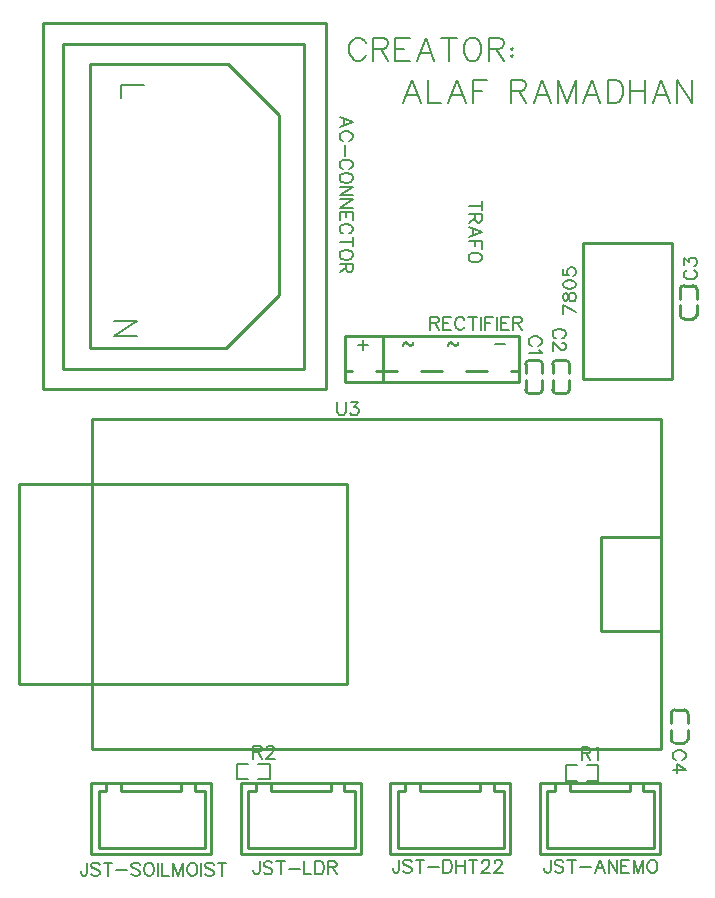
<source format=gto>
G04 Layer: TopSilkscreenLayer*
G04 EasyEDA v6.5.42, 2024-04-26 10:31:32*
G04 9f6459e1cdc04d20a695041d627ca585,394a4af37713441991a7fd952f151f2e,10*
G04 Gerber Generator version 0.2*
G04 Scale: 100 percent, Rotated: No, Reflected: No *
G04 Dimensions in millimeters *
G04 leading zeros omitted , absolute positions ,4 integer and 5 decimal *
%FSLAX45Y45*%
%MOMM*%

%ADD10C,0.2032*%
%ADD11C,0.1524*%
%ADD12C,0.2540*%

%LPD*%
D10*
X3592829Y8845550D02*
G01*
X3583686Y8864092D01*
X3565143Y8882634D01*
X3546856Y8891778D01*
X3509772Y8891778D01*
X3491229Y8882634D01*
X3472941Y8864092D01*
X3463543Y8845550D01*
X3454400Y8817863D01*
X3454400Y8771889D01*
X3463543Y8743950D01*
X3472941Y8725662D01*
X3491229Y8707120D01*
X3509772Y8697976D01*
X3546856Y8697976D01*
X3565143Y8707120D01*
X3583686Y8725662D01*
X3592829Y8743950D01*
X3653790Y8891778D02*
G01*
X3653790Y8697976D01*
X3653790Y8891778D02*
G01*
X3737102Y8891778D01*
X3764788Y8882634D01*
X3773931Y8873489D01*
X3783329Y8854947D01*
X3783329Y8836405D01*
X3773931Y8817863D01*
X3764788Y8808720D01*
X3737102Y8799576D01*
X3653790Y8799576D01*
X3718559Y8799576D02*
G01*
X3783329Y8697976D01*
X3844290Y8891778D02*
G01*
X3844290Y8697976D01*
X3844290Y8891778D02*
G01*
X3964177Y8891778D01*
X3844290Y8799576D02*
G01*
X3917950Y8799576D01*
X3844290Y8697976D02*
G01*
X3964177Y8697976D01*
X4099052Y8891778D02*
G01*
X4025138Y8697976D01*
X4099052Y8891778D02*
G01*
X4172965Y8697976D01*
X4052824Y8762492D02*
G01*
X4145279Y8762492D01*
X4298695Y8891778D02*
G01*
X4298695Y8697976D01*
X4233925Y8891778D02*
G01*
X4363211Y8891778D01*
X4479543Y8891778D02*
G01*
X4461256Y8882634D01*
X4442713Y8864092D01*
X4433570Y8845550D01*
X4424172Y8817863D01*
X4424172Y8771889D01*
X4433570Y8743950D01*
X4442713Y8725662D01*
X4461256Y8707120D01*
X4479543Y8697976D01*
X4516627Y8697976D01*
X4535170Y8707120D01*
X4553458Y8725662D01*
X4562856Y8743950D01*
X4572000Y8771889D01*
X4572000Y8817863D01*
X4562856Y8845550D01*
X4553458Y8864092D01*
X4535170Y8882634D01*
X4516627Y8891778D01*
X4479543Y8891778D01*
X4632959Y8891778D02*
G01*
X4632959Y8697976D01*
X4632959Y8891778D02*
G01*
X4716018Y8891778D01*
X4743704Y8882634D01*
X4753102Y8873489D01*
X4762245Y8854947D01*
X4762245Y8836405D01*
X4753102Y8817863D01*
X4743704Y8808720D01*
X4716018Y8799576D01*
X4632959Y8799576D01*
X4697729Y8799576D02*
G01*
X4762245Y8697976D01*
X4832350Y8808720D02*
G01*
X4823206Y8799576D01*
X4832350Y8790178D01*
X4841747Y8799576D01*
X4832350Y8808720D01*
X4832350Y8743950D02*
G01*
X4823206Y8734805D01*
X4832350Y8725662D01*
X4841747Y8734805D01*
X4832350Y8743950D01*
X3985513Y8536178D02*
G01*
X3911600Y8342376D01*
X3985513Y8536178D02*
G01*
X4059427Y8342376D01*
X3939286Y8406892D02*
G01*
X4031741Y8406892D01*
X4120388Y8536178D02*
G01*
X4120388Y8342376D01*
X4120388Y8342376D02*
G01*
X4231131Y8342376D01*
X4366006Y8536178D02*
G01*
X4292091Y8342376D01*
X4366006Y8536178D02*
G01*
X4439920Y8342376D01*
X4319777Y8406892D02*
G01*
X4412234Y8406892D01*
X4500879Y8536178D02*
G01*
X4500879Y8342376D01*
X4500879Y8536178D02*
G01*
X4621022Y8536178D01*
X4500879Y8443976D02*
G01*
X4574793Y8443976D01*
X4824222Y8536178D02*
G01*
X4824222Y8342376D01*
X4824222Y8536178D02*
G01*
X4907279Y8536178D01*
X4934965Y8527034D01*
X4944109Y8517889D01*
X4953508Y8499347D01*
X4953508Y8480805D01*
X4944109Y8462263D01*
X4934965Y8453120D01*
X4907279Y8443976D01*
X4824222Y8443976D01*
X4888738Y8443976D02*
G01*
X4953508Y8342376D01*
X5088381Y8536178D02*
G01*
X5014468Y8342376D01*
X5088381Y8536178D02*
G01*
X5162295Y8342376D01*
X5042154Y8406892D02*
G01*
X5134609Y8406892D01*
X5223256Y8536178D02*
G01*
X5223256Y8342376D01*
X5223256Y8536178D02*
G01*
X5297170Y8342376D01*
X5370829Y8536178D02*
G01*
X5297170Y8342376D01*
X5370829Y8536178D02*
G01*
X5370829Y8342376D01*
X5505704Y8536178D02*
G01*
X5431790Y8342376D01*
X5505704Y8536178D02*
G01*
X5579618Y8342376D01*
X5459729Y8406892D02*
G01*
X5551931Y8406892D01*
X5640577Y8536178D02*
G01*
X5640577Y8342376D01*
X5640577Y8536178D02*
G01*
X5705347Y8536178D01*
X5733034Y8527034D01*
X5751575Y8508492D01*
X5760720Y8489950D01*
X5769863Y8462263D01*
X5769863Y8416289D01*
X5760720Y8388350D01*
X5751575Y8370062D01*
X5733034Y8351520D01*
X5705347Y8342376D01*
X5640577Y8342376D01*
X5830824Y8536178D02*
G01*
X5830824Y8342376D01*
X5960109Y8536178D02*
G01*
X5960109Y8342376D01*
X5830824Y8443976D02*
G01*
X5960109Y8443976D01*
X6094984Y8536178D02*
G01*
X6021070Y8342376D01*
X6094984Y8536178D02*
G01*
X6168897Y8342376D01*
X6049009Y8406892D02*
G01*
X6141211Y8406892D01*
X6229858Y8536178D02*
G01*
X6229858Y8342376D01*
X6229858Y8536178D02*
G01*
X6359143Y8342376D01*
X6359143Y8536178D02*
G01*
X6359143Y8342376D01*
D11*
X5263134Y6625844D02*
G01*
X5372100Y6574028D01*
X5263134Y6553200D02*
G01*
X5263134Y6625844D01*
X5263134Y6686295D02*
G01*
X5268213Y6670547D01*
X5278627Y6665468D01*
X5289041Y6665468D01*
X5299456Y6670547D01*
X5304790Y6680962D01*
X5309870Y6701789D01*
X5314950Y6717284D01*
X5325363Y6727697D01*
X5335777Y6733031D01*
X5351525Y6733031D01*
X5361940Y6727697D01*
X5367020Y6722618D01*
X5372100Y6706870D01*
X5372100Y6686295D01*
X5367020Y6670547D01*
X5361940Y6665468D01*
X5351525Y6660134D01*
X5335777Y6660134D01*
X5325363Y6665468D01*
X5314950Y6675881D01*
X5309870Y6691376D01*
X5304790Y6712204D01*
X5299456Y6722618D01*
X5289041Y6727697D01*
X5278627Y6727697D01*
X5268213Y6722618D01*
X5263134Y6706870D01*
X5263134Y6686295D01*
X5263134Y6798310D02*
G01*
X5268213Y6782815D01*
X5283961Y6772402D01*
X5309870Y6767321D01*
X5325363Y6767321D01*
X5351525Y6772402D01*
X5367020Y6782815D01*
X5372100Y6798310D01*
X5372100Y6808723D01*
X5367020Y6824471D01*
X5351525Y6834886D01*
X5325363Y6839965D01*
X5309870Y6839965D01*
X5283961Y6834886D01*
X5268213Y6824471D01*
X5263134Y6808723D01*
X5263134Y6798310D01*
X5263134Y6936739D02*
G01*
X5263134Y6884670D01*
X5309870Y6879589D01*
X5304790Y6884670D01*
X5299456Y6900163D01*
X5299456Y6915912D01*
X5304790Y6931405D01*
X5314950Y6941820D01*
X5330697Y6946900D01*
X5341111Y6946900D01*
X5356606Y6941820D01*
X5367020Y6931405D01*
X5372100Y6915912D01*
X5372100Y6900163D01*
X5367020Y6884670D01*
X5361940Y6879589D01*
X5351525Y6874255D01*
X3480815Y8175244D02*
G01*
X3371850Y8216900D01*
X3480815Y8175244D02*
G01*
X3371850Y8133842D01*
X3408172Y8201405D02*
G01*
X3408172Y8149336D01*
X3454908Y8021573D02*
G01*
X3465322Y8026654D01*
X3475736Y8037068D01*
X3480815Y8047481D01*
X3480815Y8068310D01*
X3475736Y8078723D01*
X3465322Y8089137D01*
X3454908Y8094218D01*
X3439159Y8099552D01*
X3413252Y8099552D01*
X3397758Y8094218D01*
X3387343Y8089137D01*
X3376929Y8078723D01*
X3371850Y8068310D01*
X3371850Y8047481D01*
X3376929Y8037068D01*
X3387343Y8026654D01*
X3397758Y8021573D01*
X3418586Y7987284D02*
G01*
X3418586Y7893812D01*
X3454908Y7781544D02*
G01*
X3465322Y7786623D01*
X3475736Y7797037D01*
X3480815Y7807452D01*
X3480815Y7828279D01*
X3475736Y7838694D01*
X3465322Y7849108D01*
X3454908Y7854187D01*
X3439159Y7859521D01*
X3413252Y7859521D01*
X3397758Y7854187D01*
X3387343Y7849108D01*
X3376929Y7838694D01*
X3371850Y7828279D01*
X3371850Y7807452D01*
X3376929Y7797037D01*
X3387343Y7786623D01*
X3397758Y7781544D01*
X3480815Y7716012D02*
G01*
X3475736Y7726426D01*
X3465322Y7736839D01*
X3454908Y7741920D01*
X3439159Y7747254D01*
X3413252Y7747254D01*
X3397758Y7741920D01*
X3387343Y7736839D01*
X3376929Y7726426D01*
X3371850Y7716012D01*
X3371850Y7695184D01*
X3376929Y7684770D01*
X3387343Y7674610D01*
X3397758Y7669276D01*
X3413252Y7664195D01*
X3439159Y7664195D01*
X3454908Y7669276D01*
X3465322Y7674610D01*
X3475736Y7684770D01*
X3480815Y7695184D01*
X3480815Y7716012D01*
X3480815Y7629905D02*
G01*
X3371850Y7629905D01*
X3480815Y7629905D02*
G01*
X3371850Y7557008D01*
X3480815Y7557008D02*
G01*
X3371850Y7557008D01*
X3480815Y7522718D02*
G01*
X3371850Y7522718D01*
X3480815Y7522718D02*
G01*
X3371850Y7450073D01*
X3480815Y7450073D02*
G01*
X3371850Y7450073D01*
X3480815Y7415784D02*
G01*
X3371850Y7415784D01*
X3480815Y7415784D02*
G01*
X3480815Y7348220D01*
X3429000Y7415784D02*
G01*
X3429000Y7374128D01*
X3371850Y7415784D02*
G01*
X3371850Y7348220D01*
X3454908Y7235952D02*
G01*
X3465322Y7241286D01*
X3475736Y7251700D01*
X3480815Y7261860D01*
X3480815Y7282687D01*
X3475736Y7293102D01*
X3465322Y7303515D01*
X3454908Y7308850D01*
X3439159Y7313929D01*
X3413252Y7313929D01*
X3397758Y7308850D01*
X3387343Y7303515D01*
X3376929Y7293102D01*
X3371850Y7282687D01*
X3371850Y7261860D01*
X3376929Y7251700D01*
X3387343Y7241286D01*
X3397758Y7235952D01*
X3480815Y7165339D02*
G01*
X3371850Y7165339D01*
X3480815Y7201662D02*
G01*
X3480815Y7129018D01*
X3480815Y7063486D02*
G01*
X3475736Y7073900D01*
X3465322Y7084313D01*
X3454908Y7089394D01*
X3439159Y7094728D01*
X3413252Y7094728D01*
X3397758Y7089394D01*
X3387343Y7084313D01*
X3376929Y7073900D01*
X3371850Y7063486D01*
X3371850Y7042658D01*
X3376929Y7032244D01*
X3387343Y7021829D01*
X3397758Y7016750D01*
X3413252Y7011670D01*
X3439159Y7011670D01*
X3454908Y7016750D01*
X3465322Y7021829D01*
X3475736Y7032244D01*
X3480815Y7042658D01*
X3480815Y7063486D01*
X3480815Y6977379D02*
G01*
X3371850Y6977379D01*
X3480815Y6977379D02*
G01*
X3480815Y6930389D01*
X3475736Y6914895D01*
X3470402Y6909815D01*
X3459988Y6904481D01*
X3449574Y6904481D01*
X3439159Y6909815D01*
X3434079Y6914895D01*
X3429000Y6930389D01*
X3429000Y6977379D01*
X3429000Y6940804D02*
G01*
X3371850Y6904481D01*
D10*
X1652803Y6496050D02*
G01*
X1459001Y6496050D01*
X1652803Y6496050D02*
G01*
X1459001Y6366763D01*
X1652803Y6366763D02*
G01*
X1459001Y6366763D01*
X1711502Y8491448D02*
G01*
X1517700Y8491448D01*
X1517700Y8491448D02*
G01*
X1517700Y8380704D01*
D11*
X5055108Y6284721D02*
G01*
X5065522Y6290055D01*
X5075936Y6300470D01*
X5081015Y6310629D01*
X5081015Y6331457D01*
X5075936Y6341871D01*
X5065522Y6352286D01*
X5055108Y6357620D01*
X5039359Y6362700D01*
X5013452Y6362700D01*
X4997958Y6357620D01*
X4987543Y6352286D01*
X4977129Y6341871D01*
X4972050Y6331457D01*
X4972050Y6310629D01*
X4977129Y6300470D01*
X4987543Y6290055D01*
X4997958Y6284721D01*
X5060188Y6250431D02*
G01*
X5065522Y6240018D01*
X5081015Y6224523D01*
X4972050Y6224523D01*
X5258308Y6348221D02*
G01*
X5268722Y6353555D01*
X5279136Y6363970D01*
X5284215Y6374129D01*
X5284215Y6394957D01*
X5279136Y6405371D01*
X5268722Y6415786D01*
X5258308Y6421120D01*
X5242559Y6426200D01*
X5216652Y6426200D01*
X5201158Y6421120D01*
X5190743Y6415786D01*
X5180329Y6405371D01*
X5175250Y6394957D01*
X5175250Y6374129D01*
X5180329Y6363970D01*
X5190743Y6353555D01*
X5201158Y6348221D01*
X5258308Y6308852D02*
G01*
X5263388Y6308852D01*
X5273802Y6303518D01*
X5279136Y6298437D01*
X5284215Y6288023D01*
X5284215Y6267195D01*
X5279136Y6256781D01*
X5273802Y6251702D01*
X5263388Y6246368D01*
X5252974Y6246368D01*
X5242559Y6251702D01*
X5227065Y6262115D01*
X5175250Y6313931D01*
X5175250Y6241287D01*
X6311391Y6923278D02*
G01*
X6300977Y6917944D01*
X6290563Y6907529D01*
X6285484Y6897370D01*
X6285484Y6876542D01*
X6290563Y6866128D01*
X6300977Y6855713D01*
X6311391Y6850379D01*
X6327140Y6845300D01*
X6353047Y6845300D01*
X6368541Y6850379D01*
X6378956Y6855713D01*
X6389370Y6866128D01*
X6394450Y6876542D01*
X6394450Y6897370D01*
X6389370Y6907529D01*
X6378956Y6917944D01*
X6368541Y6923278D01*
X6285484Y6967981D02*
G01*
X6285484Y7025131D01*
X6327140Y6993889D01*
X6327140Y7009384D01*
X6332220Y7019797D01*
X6337300Y7025131D01*
X6353047Y7030212D01*
X6363461Y7030212D01*
X6378956Y7025131D01*
X6389370Y7014718D01*
X6394450Y6998970D01*
X6394450Y6983476D01*
X6389370Y6967981D01*
X6384290Y6962647D01*
X6373875Y6957568D01*
X6274308Y2779521D02*
G01*
X6284722Y2784855D01*
X6295136Y2795270D01*
X6300215Y2805429D01*
X6300215Y2826257D01*
X6295136Y2836671D01*
X6284722Y2847086D01*
X6274308Y2852420D01*
X6258559Y2857500D01*
X6232652Y2857500D01*
X6217158Y2852420D01*
X6206743Y2847086D01*
X6196329Y2836671D01*
X6191250Y2826257D01*
X6191250Y2805429D01*
X6196329Y2795270D01*
X6206743Y2784855D01*
X6217158Y2779521D01*
X6300215Y2693415D02*
G01*
X6227572Y2745231D01*
X6227572Y2667254D01*
X6300215Y2693415D02*
G01*
X6191250Y2693415D01*
X5157470Y1931415D02*
G01*
X5157470Y1848357D01*
X5152136Y1832610D01*
X5147056Y1827529D01*
X5136641Y1822450D01*
X5126227Y1822450D01*
X5115813Y1827529D01*
X5110479Y1832610D01*
X5105400Y1848357D01*
X5105400Y1858771D01*
X5264404Y1915921D02*
G01*
X5253990Y1926336D01*
X5238495Y1931415D01*
X5217668Y1931415D01*
X5201920Y1926336D01*
X5191759Y1915921D01*
X5191759Y1905507D01*
X5196840Y1895094D01*
X5201920Y1889760D01*
X5212334Y1884679D01*
X5243575Y1874265D01*
X5253990Y1869186D01*
X5259070Y1863852D01*
X5264404Y1853437D01*
X5264404Y1837944D01*
X5253990Y1827529D01*
X5238495Y1822450D01*
X5217668Y1822450D01*
X5201920Y1827529D01*
X5191759Y1837944D01*
X5335015Y1931415D02*
G01*
X5335015Y1822450D01*
X5298693Y1931415D02*
G01*
X5371338Y1931415D01*
X5405627Y1869186D02*
G01*
X5499100Y1869186D01*
X5575045Y1931415D02*
G01*
X5533390Y1822450D01*
X5575045Y1931415D02*
G01*
X5616702Y1822450D01*
X5549138Y1858771D02*
G01*
X5600954Y1858771D01*
X5650991Y1931415D02*
G01*
X5650991Y1822450D01*
X5650991Y1931415D02*
G01*
X5723636Y1822450D01*
X5723636Y1931415D02*
G01*
X5723636Y1822450D01*
X5757925Y1931415D02*
G01*
X5757925Y1822450D01*
X5757925Y1931415D02*
G01*
X5825490Y1931415D01*
X5757925Y1879600D02*
G01*
X5799581Y1879600D01*
X5757925Y1822450D02*
G01*
X5825490Y1822450D01*
X5859779Y1931415D02*
G01*
X5859779Y1822450D01*
X5859779Y1931415D02*
G01*
X5901436Y1822450D01*
X5942838Y1931415D02*
G01*
X5901436Y1822450D01*
X5942838Y1931415D02*
G01*
X5942838Y1822450D01*
X6008370Y1931415D02*
G01*
X5997956Y1926336D01*
X5987541Y1915921D01*
X5982461Y1905507D01*
X5977127Y1889760D01*
X5977127Y1863852D01*
X5982461Y1848357D01*
X5987541Y1837944D01*
X5997956Y1827529D01*
X6008370Y1822450D01*
X6029197Y1822450D01*
X6039611Y1827529D01*
X6050025Y1837944D01*
X6055106Y1848357D01*
X6060440Y1863852D01*
X6060440Y1889760D01*
X6055106Y1905507D01*
X6050025Y1915921D01*
X6039611Y1926336D01*
X6029197Y1931415D01*
X6008370Y1931415D01*
X3874770Y1931415D02*
G01*
X3874770Y1848357D01*
X3869436Y1832610D01*
X3864356Y1827529D01*
X3853941Y1822450D01*
X3843527Y1822450D01*
X3833113Y1827529D01*
X3827779Y1832610D01*
X3822700Y1848357D01*
X3822700Y1858771D01*
X3981704Y1915921D02*
G01*
X3971290Y1926336D01*
X3955795Y1931415D01*
X3934968Y1931415D01*
X3919220Y1926336D01*
X3909059Y1915921D01*
X3909059Y1905507D01*
X3914140Y1895094D01*
X3919220Y1889760D01*
X3929634Y1884679D01*
X3960875Y1874265D01*
X3971290Y1869186D01*
X3976370Y1863852D01*
X3981704Y1853437D01*
X3981704Y1837944D01*
X3971290Y1827529D01*
X3955795Y1822450D01*
X3934968Y1822450D01*
X3919220Y1827529D01*
X3909059Y1837944D01*
X4052315Y1931415D02*
G01*
X4052315Y1822450D01*
X4015993Y1931415D02*
G01*
X4088638Y1931415D01*
X4122927Y1869186D02*
G01*
X4216400Y1869186D01*
X4250690Y1931415D02*
G01*
X4250690Y1822450D01*
X4250690Y1931415D02*
G01*
X4287265Y1931415D01*
X4302759Y1926336D01*
X4313174Y1915921D01*
X4318254Y1905507D01*
X4323588Y1889760D01*
X4323588Y1863852D01*
X4318254Y1848357D01*
X4313174Y1837944D01*
X4302759Y1827529D01*
X4287265Y1822450D01*
X4250690Y1822450D01*
X4357877Y1931415D02*
G01*
X4357877Y1822450D01*
X4430522Y1931415D02*
G01*
X4430522Y1822450D01*
X4357877Y1879600D02*
G01*
X4430522Y1879600D01*
X4501134Y1931415D02*
G01*
X4501134Y1822450D01*
X4464811Y1931415D02*
G01*
X4537709Y1931415D01*
X4577079Y1905507D02*
G01*
X4577079Y1910587D01*
X4582159Y1921002D01*
X4587493Y1926336D01*
X4597908Y1931415D01*
X4618736Y1931415D01*
X4629150Y1926336D01*
X4634229Y1921002D01*
X4639309Y1910587D01*
X4639309Y1900173D01*
X4634229Y1889760D01*
X4623815Y1874265D01*
X4572000Y1822450D01*
X4644643Y1822450D01*
X4684013Y1905507D02*
G01*
X4684013Y1910587D01*
X4689347Y1921002D01*
X4694427Y1926336D01*
X4704841Y1931415D01*
X4725670Y1931415D01*
X4736084Y1926336D01*
X4741163Y1921002D01*
X4746497Y1910587D01*
X4746497Y1900173D01*
X4741163Y1889760D01*
X4730750Y1874265D01*
X4678934Y1822450D01*
X4751577Y1822450D01*
X2693670Y1918715D02*
G01*
X2693670Y1835657D01*
X2688336Y1819910D01*
X2683256Y1814829D01*
X2672841Y1809750D01*
X2662427Y1809750D01*
X2652013Y1814829D01*
X2646679Y1819910D01*
X2641600Y1835657D01*
X2641600Y1846071D01*
X2800604Y1903221D02*
G01*
X2790190Y1913636D01*
X2774695Y1918715D01*
X2753868Y1918715D01*
X2738120Y1913636D01*
X2727959Y1903221D01*
X2727959Y1892807D01*
X2733040Y1882394D01*
X2738120Y1877060D01*
X2748534Y1871979D01*
X2779775Y1861565D01*
X2790190Y1856486D01*
X2795270Y1851152D01*
X2800604Y1840737D01*
X2800604Y1825244D01*
X2790190Y1814829D01*
X2774695Y1809750D01*
X2753868Y1809750D01*
X2738120Y1814829D01*
X2727959Y1825244D01*
X2871215Y1918715D02*
G01*
X2871215Y1809750D01*
X2834893Y1918715D02*
G01*
X2907538Y1918715D01*
X2941827Y1856486D02*
G01*
X3035300Y1856486D01*
X3069590Y1918715D02*
G01*
X3069590Y1809750D01*
X3069590Y1809750D02*
G01*
X3132074Y1809750D01*
X3166363Y1918715D02*
G01*
X3166363Y1809750D01*
X3166363Y1918715D02*
G01*
X3202686Y1918715D01*
X3218179Y1913636D01*
X3228593Y1903221D01*
X3233927Y1892807D01*
X3239008Y1877060D01*
X3239008Y1851152D01*
X3233927Y1835657D01*
X3228593Y1825244D01*
X3218179Y1814829D01*
X3202686Y1809750D01*
X3166363Y1809750D01*
X3273297Y1918715D02*
G01*
X3273297Y1809750D01*
X3273297Y1918715D02*
G01*
X3320034Y1918715D01*
X3335781Y1913636D01*
X3340861Y1908302D01*
X3346195Y1897887D01*
X3346195Y1887473D01*
X3340861Y1877060D01*
X3335781Y1871979D01*
X3320034Y1866900D01*
X3273297Y1866900D01*
X3309620Y1866900D02*
G01*
X3346195Y1809750D01*
X1233170Y1906015D02*
G01*
X1233170Y1822957D01*
X1227836Y1807210D01*
X1222755Y1802129D01*
X1212342Y1797050D01*
X1201928Y1797050D01*
X1191513Y1802129D01*
X1186179Y1807210D01*
X1181100Y1822957D01*
X1181100Y1833371D01*
X1340104Y1890521D02*
G01*
X1329689Y1900936D01*
X1314195Y1906015D01*
X1293368Y1906015D01*
X1277620Y1900936D01*
X1267460Y1890521D01*
X1267460Y1880107D01*
X1272539Y1869694D01*
X1277620Y1864360D01*
X1288034Y1859279D01*
X1319276Y1848865D01*
X1329689Y1843786D01*
X1334770Y1838452D01*
X1340104Y1828037D01*
X1340104Y1812544D01*
X1329689Y1802129D01*
X1314195Y1797050D01*
X1293368Y1797050D01*
X1277620Y1802129D01*
X1267460Y1812544D01*
X1410715Y1906015D02*
G01*
X1410715Y1797050D01*
X1374394Y1906015D02*
G01*
X1447037Y1906015D01*
X1481328Y1843786D02*
G01*
X1574800Y1843786D01*
X1681987Y1890521D02*
G01*
X1671573Y1900936D01*
X1656079Y1906015D01*
X1635252Y1906015D01*
X1619504Y1900936D01*
X1609089Y1890521D01*
X1609089Y1880107D01*
X1614423Y1869694D01*
X1619504Y1864360D01*
X1629918Y1859279D01*
X1661160Y1848865D01*
X1671573Y1843786D01*
X1676654Y1838452D01*
X1681987Y1828037D01*
X1681987Y1812544D01*
X1671573Y1802129D01*
X1656079Y1797050D01*
X1635252Y1797050D01*
X1619504Y1802129D01*
X1609089Y1812544D01*
X1747520Y1906015D02*
G01*
X1737105Y1900936D01*
X1726692Y1890521D01*
X1721357Y1880107D01*
X1716278Y1864360D01*
X1716278Y1838452D01*
X1721357Y1822957D01*
X1726692Y1812544D01*
X1737105Y1802129D01*
X1747520Y1797050D01*
X1768094Y1797050D01*
X1778507Y1802129D01*
X1788921Y1812544D01*
X1794255Y1822957D01*
X1799336Y1838452D01*
X1799336Y1864360D01*
X1794255Y1880107D01*
X1788921Y1890521D01*
X1778507Y1900936D01*
X1768094Y1906015D01*
X1747520Y1906015D01*
X1833626Y1906015D02*
G01*
X1833626Y1797050D01*
X1867915Y1906015D02*
G01*
X1867915Y1797050D01*
X1867915Y1797050D02*
G01*
X1930400Y1797050D01*
X1964690Y1906015D02*
G01*
X1964690Y1797050D01*
X1964690Y1906015D02*
G01*
X2006091Y1797050D01*
X2047747Y1906015D02*
G01*
X2006091Y1797050D01*
X2047747Y1906015D02*
G01*
X2047747Y1797050D01*
X2113279Y1906015D02*
G01*
X2102865Y1900936D01*
X2092452Y1890521D01*
X2087118Y1880107D01*
X2082038Y1864360D01*
X2082038Y1838452D01*
X2087118Y1822957D01*
X2092452Y1812544D01*
X2102865Y1802129D01*
X2113279Y1797050D01*
X2133854Y1797050D01*
X2144268Y1802129D01*
X2154681Y1812544D01*
X2160015Y1822957D01*
X2165095Y1838452D01*
X2165095Y1864360D01*
X2160015Y1880107D01*
X2154681Y1890521D01*
X2144268Y1900936D01*
X2133854Y1906015D01*
X2113279Y1906015D01*
X2199386Y1906015D02*
G01*
X2199386Y1797050D01*
X2306320Y1890521D02*
G01*
X2296159Y1900936D01*
X2280411Y1906015D01*
X2259584Y1906015D01*
X2244090Y1900936D01*
X2233675Y1890521D01*
X2233675Y1880107D01*
X2239009Y1869694D01*
X2244090Y1864360D01*
X2254504Y1859279D01*
X2285745Y1848865D01*
X2296159Y1843786D01*
X2301240Y1838452D01*
X2306320Y1828037D01*
X2306320Y1812544D01*
X2296159Y1802129D01*
X2280411Y1797050D01*
X2259584Y1797050D01*
X2244090Y1802129D01*
X2233675Y1812544D01*
X2377186Y1906015D02*
G01*
X2377186Y1797050D01*
X2340609Y1906015D02*
G01*
X2413508Y1906015D01*
X5422900Y2883915D02*
G01*
X5422900Y2774950D01*
X5422900Y2883915D02*
G01*
X5469636Y2883915D01*
X5485129Y2878836D01*
X5490463Y2873502D01*
X5495543Y2863087D01*
X5495543Y2852673D01*
X5490463Y2842260D01*
X5485129Y2837179D01*
X5469636Y2832100D01*
X5422900Y2832100D01*
X5459222Y2832100D02*
G01*
X5495543Y2774950D01*
X5529834Y2863087D02*
G01*
X5540247Y2868421D01*
X5555995Y2883915D01*
X5555995Y2774950D01*
X2641600Y2896615D02*
G01*
X2641600Y2787650D01*
X2641600Y2896615D02*
G01*
X2688336Y2896615D01*
X2703829Y2891536D01*
X2709163Y2886202D01*
X2714243Y2875787D01*
X2714243Y2865373D01*
X2709163Y2854960D01*
X2703829Y2849879D01*
X2688336Y2844800D01*
X2641600Y2844800D01*
X2677922Y2844800D02*
G01*
X2714243Y2787650D01*
X2753868Y2870707D02*
G01*
X2753868Y2875787D01*
X2758947Y2886202D01*
X2764281Y2891536D01*
X2774695Y2896615D01*
X2795270Y2896615D01*
X2805684Y2891536D01*
X2811018Y2886202D01*
X2816097Y2875787D01*
X2816097Y2865373D01*
X2811018Y2854960D01*
X2800604Y2839465D01*
X2748534Y2787650D01*
X2821431Y2787650D01*
X4140200Y6528815D02*
G01*
X4140200Y6419850D01*
X4140200Y6528815D02*
G01*
X4186936Y6528815D01*
X4202429Y6523736D01*
X4207763Y6518402D01*
X4212843Y6507987D01*
X4212843Y6497573D01*
X4207763Y6487160D01*
X4202429Y6482079D01*
X4186936Y6477000D01*
X4140200Y6477000D01*
X4176522Y6477000D02*
G01*
X4212843Y6419850D01*
X4247134Y6528815D02*
G01*
X4247134Y6419850D01*
X4247134Y6528815D02*
G01*
X4314697Y6528815D01*
X4247134Y6477000D02*
G01*
X4288790Y6477000D01*
X4247134Y6419850D02*
G01*
X4314697Y6419850D01*
X4426965Y6502907D02*
G01*
X4421886Y6513321D01*
X4411472Y6523736D01*
X4401058Y6528815D01*
X4380229Y6528815D01*
X4369815Y6523736D01*
X4359402Y6513321D01*
X4354322Y6502907D01*
X4348988Y6487160D01*
X4348988Y6461252D01*
X4354322Y6445757D01*
X4359402Y6435344D01*
X4369815Y6424929D01*
X4380229Y6419850D01*
X4401058Y6419850D01*
X4411472Y6424929D01*
X4421886Y6435344D01*
X4426965Y6445757D01*
X4497577Y6528815D02*
G01*
X4497577Y6419850D01*
X4461256Y6528815D02*
G01*
X4533900Y6528815D01*
X4568190Y6528815D02*
G01*
X4568190Y6419850D01*
X4602479Y6528815D02*
G01*
X4602479Y6419850D01*
X4602479Y6528815D02*
G01*
X4670043Y6528815D01*
X4602479Y6477000D02*
G01*
X4644136Y6477000D01*
X4704334Y6528815D02*
G01*
X4704334Y6419850D01*
X4738624Y6528815D02*
G01*
X4738624Y6419850D01*
X4738624Y6528815D02*
G01*
X4806188Y6528815D01*
X4738624Y6477000D02*
G01*
X4780279Y6477000D01*
X4738624Y6419850D02*
G01*
X4806188Y6419850D01*
X4840477Y6528815D02*
G01*
X4840477Y6419850D01*
X4840477Y6528815D02*
G01*
X4887213Y6528815D01*
X4902961Y6523736D01*
X4908041Y6518402D01*
X4913375Y6507987D01*
X4913375Y6497573D01*
X4908041Y6487160D01*
X4902961Y6482079D01*
X4887213Y6477000D01*
X4840477Y6477000D01*
X4876800Y6477000D02*
G01*
X4913375Y6419850D01*
D10*
X3571493Y6332471D02*
G01*
X3571493Y6250683D01*
X3530600Y6291577D02*
G01*
X3612388Y6291577D01*
X3911600Y6284468D02*
G01*
X3911600Y6293612D01*
X3916172Y6307328D01*
X3925315Y6311900D01*
X3934206Y6311900D01*
X3943350Y6307328D01*
X3961638Y6293612D01*
X3970781Y6289039D01*
X3979672Y6289039D01*
X3988815Y6293612D01*
X3993388Y6302755D01*
X3911600Y6293612D02*
G01*
X3916172Y6302755D01*
X3925315Y6307328D01*
X3934206Y6307328D01*
X3943350Y6302755D01*
X3961638Y6289039D01*
X3970781Y6284468D01*
X3979672Y6284468D01*
X3988815Y6289039D01*
X3993388Y6302755D01*
X3993388Y6311900D01*
X4292600Y6284468D02*
G01*
X4292600Y6293612D01*
X4297172Y6307328D01*
X4306315Y6311900D01*
X4315206Y6311900D01*
X4324350Y6307328D01*
X4342638Y6293612D01*
X4351781Y6289039D01*
X4360672Y6289039D01*
X4369815Y6293612D01*
X4374388Y6302755D01*
X4292600Y6293612D02*
G01*
X4297172Y6302755D01*
X4306315Y6307328D01*
X4315206Y6307328D01*
X4324350Y6302755D01*
X4342638Y6289039D01*
X4351781Y6284468D01*
X4360672Y6284468D01*
X4369815Y6289039D01*
X4374388Y6302755D01*
X4374388Y6311900D01*
X4686300Y6299200D02*
G01*
X4768088Y6299200D01*
D11*
X4573015Y7469378D02*
G01*
X4464050Y7469378D01*
X4573015Y7505700D02*
G01*
X4573015Y7433055D01*
X4573015Y7398765D02*
G01*
X4464050Y7398765D01*
X4573015Y7398765D02*
G01*
X4573015Y7352029D01*
X4567936Y7336281D01*
X4562602Y7331202D01*
X4552188Y7325868D01*
X4541774Y7325868D01*
X4531359Y7331202D01*
X4526279Y7336281D01*
X4521200Y7352029D01*
X4521200Y7398765D01*
X4521200Y7362189D02*
G01*
X4464050Y7325868D01*
X4573015Y7250176D02*
G01*
X4464050Y7291578D01*
X4573015Y7250176D02*
G01*
X4464050Y7208520D01*
X4500372Y7276084D02*
G01*
X4500372Y7224013D01*
X4573015Y7174229D02*
G01*
X4464050Y7174229D01*
X4573015Y7174229D02*
G01*
X4573015Y7106665D01*
X4521200Y7174229D02*
G01*
X4521200Y7132573D01*
X4573015Y7041134D02*
G01*
X4567936Y7051547D01*
X4557522Y7061962D01*
X4547108Y7067295D01*
X4531359Y7072376D01*
X4505452Y7072376D01*
X4489958Y7067295D01*
X4479543Y7061962D01*
X4469129Y7051547D01*
X4464050Y7041134D01*
X4464050Y7020560D01*
X4469129Y7010145D01*
X4479543Y6999731D01*
X4489958Y6994397D01*
X4505452Y6989318D01*
X4531359Y6989318D01*
X4547108Y6994397D01*
X4557522Y6999731D01*
X4567936Y7010145D01*
X4573015Y7020560D01*
X4573015Y7041134D01*
X3352805Y5804918D02*
G01*
X3352805Y5726940D01*
X3357885Y5711446D01*
X3368299Y5701032D01*
X3384047Y5695952D01*
X3394461Y5695952D01*
X3409955Y5701032D01*
X3420369Y5711446D01*
X3425449Y5726940D01*
X3425449Y5804918D01*
X3470153Y5804918D02*
G01*
X3527303Y5804918D01*
X3496315Y5763262D01*
X3511809Y5763262D01*
X3522223Y5758182D01*
X3527303Y5753102D01*
X3532637Y5737354D01*
X3532637Y5726940D01*
X3527303Y5711446D01*
X3516889Y5701032D01*
X3501395Y5695952D01*
X3485901Y5695952D01*
X3470153Y5701032D01*
X3465073Y5706112D01*
X3459739Y5716526D01*
D12*
X5433049Y7153600D02*
G01*
X6188049Y7153600D01*
X5433049Y6003599D02*
G01*
X6188049Y6003599D01*
X6188049Y7153600D02*
G01*
X6188049Y6003599D01*
X5433049Y7153600D02*
G01*
X5433049Y6003599D01*
X3073400Y8839200D02*
G01*
X1028700Y8839200D01*
X1028700Y6083300D01*
X3073400Y6083300D01*
X3073400Y8839200D01*
X1257300Y8667750D02*
G01*
X1257300Y6267450D01*
X2311400Y6267450D01*
X2413000Y6267450D01*
X2857500Y6711950D01*
X2857500Y8235950D01*
X2425700Y8667750D01*
X1257300Y8667750D01*
X3252393Y9017584D02*
G01*
X3252393Y5917590D01*
X862406Y5917590D01*
X862406Y9017584D01*
X3252393Y9017584D01*
X5056477Y5880798D02*
G01*
X4976474Y5880798D01*
X5087462Y5991773D02*
G01*
X5087462Y5911776D01*
X4945496Y5991773D02*
G01*
X4945496Y5911776D01*
X5088044Y6049363D02*
G01*
X5088044Y6129362D01*
X5057061Y6160345D02*
G01*
X4977063Y6160345D01*
X4946083Y6049363D02*
G01*
X4946083Y6129362D01*
X5285077Y5880798D02*
G01*
X5205074Y5880798D01*
X5316062Y5991773D02*
G01*
X5316062Y5911776D01*
X5174096Y5991773D02*
G01*
X5174096Y5911776D01*
X5316644Y6049363D02*
G01*
X5316644Y6129362D01*
X5285661Y6160345D02*
G01*
X5205663Y6160345D01*
X5174683Y6049363D02*
G01*
X5174683Y6129362D01*
X6284622Y6793801D02*
G01*
X6364625Y6793801D01*
X6253637Y6682826D02*
G01*
X6253637Y6762823D01*
X6395603Y6682826D02*
G01*
X6395603Y6762823D01*
X6253055Y6625236D02*
G01*
X6253055Y6545237D01*
X6284038Y6514254D02*
G01*
X6364036Y6514254D01*
X6395016Y6625236D02*
G01*
X6395016Y6545237D01*
X6288377Y2921698D02*
G01*
X6208374Y2921698D01*
X6319362Y3032673D02*
G01*
X6319362Y2952676D01*
X6177396Y3032673D02*
G01*
X6177396Y2952676D01*
X6319944Y3090263D02*
G01*
X6319944Y3170262D01*
X6288961Y3201245D02*
G01*
X6208963Y3201245D01*
X6177983Y3090263D02*
G01*
X6177983Y3170262D01*
X5943600Y2578100D02*
G01*
X5943600Y2514600D01*
X6032500Y2514600D01*
X6032500Y2032000D01*
X5130800Y2032000D01*
X5130800Y2514600D01*
X5194300Y2514600D01*
X5194300Y2578100D01*
X5321300Y2578100D02*
G01*
X5321300Y2514600D01*
X5829300Y2514600D01*
X5829300Y2578100D01*
X5067312Y2578100D02*
G01*
X6083312Y2578100D01*
X6083312Y1981200D01*
X5067312Y1981200D01*
X5067312Y2578100D01*
X4677839Y2578100D02*
G01*
X4677839Y2514600D01*
X4766739Y2514600D01*
X4766739Y2032000D01*
X3865039Y2032000D01*
X3865039Y2514600D01*
X3928539Y2514600D01*
X3928539Y2578100D01*
X4055539Y2578100D02*
G01*
X4055539Y2514600D01*
X4563539Y2514600D01*
X4563539Y2578100D01*
X3801551Y2578100D02*
G01*
X4817551Y2578100D01*
X4817551Y1981200D01*
X3801551Y1981200D01*
X3801551Y2578100D01*
X3412060Y2578100D02*
G01*
X3412060Y2514600D01*
X3500960Y2514600D01*
X3500960Y2032000D01*
X2599260Y2032000D01*
X2599260Y2514600D01*
X2662760Y2514600D01*
X2662760Y2578100D01*
X2789760Y2578100D02*
G01*
X2789760Y2514600D01*
X3297760Y2514600D01*
X3297760Y2578100D01*
X2535773Y2578100D02*
G01*
X3551773Y2578100D01*
X3551773Y1981200D01*
X2535773Y1981200D01*
X2535773Y2578100D01*
X2146300Y2578100D02*
G01*
X2146300Y2514600D01*
X2235200Y2514600D01*
X2235200Y2032000D01*
X1333500Y2032000D01*
X1333500Y2514600D01*
X1397000Y2514600D01*
X1397000Y2578100D01*
X1524000Y2578100D02*
G01*
X1524000Y2514600D01*
X2032000Y2514600D01*
X2032000Y2578100D01*
X1270012Y2578100D02*
G01*
X2286012Y2578100D01*
X2286012Y1981200D01*
X1270012Y1981200D01*
X1270012Y2578100D01*
D11*
X5465521Y2600939D02*
G01*
X5561408Y2600939D01*
X5561408Y2733060D01*
X5465521Y2733060D01*
X5380278Y2600939D02*
G01*
X5284391Y2600939D01*
X5284391Y2733060D01*
X5380278Y2733060D01*
X2684221Y2613639D02*
G01*
X2780108Y2613639D01*
X2780108Y2745760D01*
X2684221Y2745760D01*
X2598978Y2613639D02*
G01*
X2503091Y2613639D01*
X2503091Y2745760D01*
X2598978Y2745760D01*
D12*
X4825276Y6069855D02*
G01*
X4892898Y6069855D01*
X4444276Y6069855D02*
G01*
X4623523Y6069855D01*
X4063276Y6069855D02*
G01*
X4242523Y6069855D01*
X3682276Y6069855D02*
G01*
X3861523Y6069855D01*
X3412901Y6069855D02*
G01*
X3480523Y6069855D01*
X3412901Y5978700D02*
G01*
X4892898Y5978700D01*
X3412901Y5978700D02*
G01*
X3412901Y6368699D01*
X4892898Y6368699D01*
X4892898Y5978697D01*
X3735016Y6368699D02*
G01*
X3735016Y5978697D01*
X5582996Y4667199D02*
G01*
X5582996Y3867200D01*
X6092995Y3867200D01*
X5582996Y4667199D02*
G01*
X6092995Y4667199D01*
X3430300Y3422014D02*
G01*
X3430300Y5112351D01*
X1273004Y3422014D02*
G01*
X3430300Y3422014D01*
X1273004Y5112351D02*
G01*
X3428700Y5112351D01*
X653008Y5114198D02*
G01*
X653008Y3420201D01*
X1273004Y5114198D02*
G01*
X653008Y5114198D01*
X1273004Y3420201D02*
G01*
X653011Y3420201D01*
X1273004Y2870202D02*
G01*
X1273004Y5664197D01*
X6092995Y5664197D02*
G01*
X1273004Y5664197D01*
X6092995Y2870202D02*
G01*
X1273004Y2870202D01*
X6092995Y5664197D02*
G01*
X6092995Y2870202D01*
G75*
G01*
X5057061Y6160351D02*
G02*
X5088044Y6129368I0J-30983D01*
G75*
G01*
X4946078Y6129368D02*
G02*
X4977064Y6160351I30983J0D01*
G75*
G01*
X5087463Y5911781D02*
G02*
X5056477Y5880799I-30983J0D01*
G75*
G01*
X4976480Y5880799D02*
G02*
X4945497Y5911781I0J30982D01*
G75*
G01*
X5285661Y6160351D02*
G02*
X5316644Y6129368I0J-30983D01*
G75*
G01*
X5174678Y6129368D02*
G02*
X5205664Y6160351I30983J0D01*
G75*
G01*
X5316063Y5911781D02*
G02*
X5285077Y5880799I-30983J0D01*
G75*
G01*
X5205080Y5880799D02*
G02*
X5174097Y5911781I0J30982D01*
G75*
G01*
X6284039Y6514249D02*
G02*
X6253056Y6545232I0J30983D01*
G75*
G01*
X6395022Y6545232D02*
G02*
X6364036Y6514249I-30983J0D01*
G75*
G01*
X6253637Y6762819D02*
G02*
X6284623Y6793801I30983J0D01*
G75*
G01*
X6364620Y6793801D02*
G02*
X6395603Y6762819I0J-30982D01*
G75*
G01*
X6288961Y3201251D02*
G02*
X6319944Y3170268I0J-30983D01*
G75*
G01*
X6177978Y3170268D02*
G02*
X6208964Y3201251I30983J0D01*
G75*
G01*
X6319363Y2952681D02*
G02*
X6288377Y2921699I-30983J0D01*
G75*
G01*
X6208380Y2921699D02*
G02*
X6177397Y2952681I0J30982D01*
M02*

</source>
